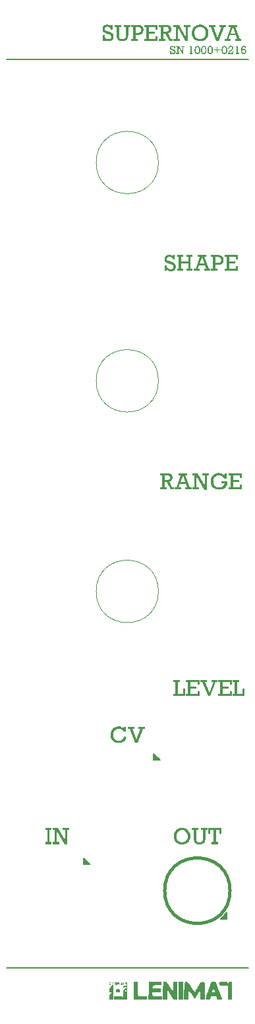
<source format=gto>
G04 #@! TF.GenerationSoftware,KiCad,Pcbnew,8.0.5*
G04 #@! TF.CreationDate,2024-11-24T11:30:12+01:00*
G04 #@! TF.ProjectId,wavefolder-panel,77617665-666f-46c6-9465-722d70616e65,rev?*
G04 #@! TF.SameCoordinates,Original*
G04 #@! TF.FileFunction,Legend,Top*
G04 #@! TF.FilePolarity,Positive*
%FSLAX46Y46*%
G04 Gerber Fmt 4.6, Leading zero omitted, Abs format (unit mm)*
G04 Created by KiCad (PCBNEW 8.0.5) date 2024-11-24 11:30:12*
%MOMM*%
%LPD*%
G01*
G04 APERTURE LIST*
%ADD10C,0.150000*%
%ADD11C,0.000000*%
%ADD12C,0.100000*%
%ADD13C,0.400000*%
%ADD14C,7.200000*%
%ADD15O,7.000000X3.200000*%
%ADD16C,6.200000*%
%ADD17C,2.200000*%
G04 APERTURE END LIST*
D10*
X50000000Y-172500000D02*
X81100000Y-172500000D01*
X50000000Y-56000000D02*
X81100000Y-56000000D01*
G36*
X71369086Y-81230481D02*
G01*
X71369086Y-81096636D01*
X71621633Y-81096636D01*
X71621633Y-81721898D01*
X71369086Y-81721898D01*
X71369086Y-81576329D01*
X71304663Y-81492826D01*
X71231928Y-81426600D01*
X71136566Y-81371172D01*
X71029890Y-81339259D01*
X70929449Y-81330621D01*
X70830673Y-81337251D01*
X70732671Y-81362714D01*
X70668109Y-81398520D01*
X70603244Y-81474920D01*
X70578533Y-81570049D01*
X70577739Y-81593426D01*
X70596630Y-81695600D01*
X70658423Y-81776429D01*
X70663712Y-81780516D01*
X70748561Y-81829365D01*
X70843780Y-81865787D01*
X70926518Y-81889448D01*
X71169784Y-81953440D01*
X71266131Y-81982261D01*
X71363592Y-82019836D01*
X71457105Y-82068020D01*
X71525890Y-82116106D01*
X71601253Y-82186788D01*
X71660032Y-82267320D01*
X71688067Y-82330062D01*
X71712736Y-82426098D01*
X71724829Y-82530841D01*
X71726169Y-82582121D01*
X71719986Y-82683197D01*
X71697146Y-82790832D01*
X71657476Y-82887386D01*
X71600975Y-82972861D01*
X71550314Y-83027131D01*
X71467651Y-83091085D01*
X71373534Y-83139330D01*
X71267963Y-83171868D01*
X71168358Y-83187255D01*
X71078925Y-83191263D01*
X70975181Y-83184084D01*
X70874975Y-83162549D01*
X70778306Y-83126657D01*
X70685175Y-83076407D01*
X70595582Y-83011801D01*
X70566504Y-82987076D01*
X70566504Y-83160000D01*
X70308095Y-83160000D01*
X70308095Y-82409685D01*
X70566504Y-82409685D01*
X70566504Y-82589937D01*
X70627254Y-82686756D01*
X70693491Y-82767165D01*
X70780216Y-82841995D01*
X70874841Y-82893195D01*
X70977366Y-82920764D01*
X71050105Y-82926015D01*
X71151465Y-82917333D01*
X71245331Y-82887727D01*
X71320726Y-82837110D01*
X71383032Y-82752863D01*
X71412353Y-82653773D01*
X71416957Y-82586517D01*
X71397387Y-82484332D01*
X71338678Y-82399061D01*
X71255199Y-82338323D01*
X71159796Y-82296569D01*
X71103838Y-82279260D01*
X70845429Y-82206964D01*
X70745950Y-82175313D01*
X70642827Y-82133396D01*
X70553635Y-82086102D01*
X70468761Y-82025469D01*
X70433147Y-81992519D01*
X70368919Y-81909606D01*
X70325711Y-81813092D01*
X70304950Y-81715883D01*
X70300279Y-81635924D01*
X70305946Y-81538368D01*
X70326883Y-81435406D01*
X70363248Y-81344130D01*
X70423698Y-81254127D01*
X70461479Y-81214849D01*
X70549987Y-81149453D01*
X70640003Y-81107559D01*
X70741754Y-81079970D01*
X70855238Y-81066687D01*
X70907467Y-81065373D01*
X71014039Y-81073274D01*
X71117479Y-81096976D01*
X71217787Y-81136479D01*
X71314963Y-81191784D01*
X71369086Y-81230481D01*
G37*
G36*
X72438381Y-81355045D02*
G01*
X72438381Y-81940739D01*
X73338172Y-81940739D01*
X73338172Y-81355045D01*
X73096371Y-81355045D01*
X73096371Y-81096636D01*
X73889183Y-81096636D01*
X73889183Y-81355045D01*
X73649826Y-81355045D01*
X73649826Y-82901591D01*
X73889183Y-82901591D01*
X73889183Y-83160000D01*
X73096371Y-83160000D01*
X73096371Y-82901591D01*
X73338172Y-82901591D01*
X73338172Y-82199148D01*
X72438381Y-82199148D01*
X72438381Y-82901591D01*
X72682624Y-82901591D01*
X72682624Y-83160000D01*
X71891277Y-83160000D01*
X71891277Y-82901591D01*
X72124773Y-82901591D01*
X72124773Y-81355045D01*
X71891277Y-81355045D01*
X71891277Y-81096636D01*
X72682624Y-81096636D01*
X72682624Y-81355045D01*
X72438381Y-81355045D01*
G37*
G36*
X75635031Y-81346741D02*
G01*
X75386392Y-81346741D01*
X75946685Y-82901591D01*
X76177739Y-82901591D01*
X76177739Y-83160000D01*
X75361479Y-83160000D01*
X75361479Y-82901591D01*
X75632100Y-82901591D01*
X75471389Y-82434110D01*
X74720098Y-82434110D01*
X74559386Y-82901591D01*
X74821703Y-82901591D01*
X74821703Y-83160000D01*
X74000070Y-83160000D01*
X74000070Y-82901591D01*
X74250174Y-82901591D01*
X74505177Y-82190844D01*
X74801186Y-82190844D01*
X75388835Y-82190844D01*
X75103070Y-81346741D01*
X75093789Y-81346741D01*
X74801186Y-82190844D01*
X74505177Y-82190844D01*
X74808025Y-81346741D01*
X74559386Y-81346741D01*
X74559386Y-81096636D01*
X75635031Y-81096636D01*
X75635031Y-81346741D01*
G37*
G36*
X77148362Y-81099023D02*
G01*
X77251682Y-81106184D01*
X77360806Y-81120573D01*
X77457634Y-81141460D01*
X77530844Y-81164535D01*
X77625929Y-81208096D01*
X77712272Y-81269729D01*
X77778294Y-81345291D01*
X77794138Y-81370676D01*
X77836127Y-81466160D01*
X77860620Y-81567105D01*
X77871817Y-81668771D01*
X77873761Y-81738018D01*
X77867630Y-81840852D01*
X77844980Y-81951274D01*
X77805640Y-82051412D01*
X77749611Y-82141264D01*
X77699372Y-82199148D01*
X77611506Y-82268000D01*
X77517774Y-82313807D01*
X77407040Y-82347421D01*
X77301775Y-82366119D01*
X77184703Y-82376349D01*
X77108793Y-82378422D01*
X76836706Y-82378422D01*
X76836706Y-82901591D01*
X77105862Y-82901591D01*
X77105862Y-83160000D01*
X76265178Y-83160000D01*
X76265178Y-82901591D01*
X76523098Y-82901591D01*
X76523098Y-82128318D01*
X76836706Y-82128318D01*
X77030147Y-82128318D01*
X77131478Y-82125536D01*
X77229747Y-82115919D01*
X77327773Y-82095311D01*
X77334962Y-82093147D01*
X77428706Y-82048904D01*
X77499125Y-81976868D01*
X77502512Y-81971514D01*
X77541081Y-81875644D01*
X77554934Y-81777618D01*
X77556246Y-81731179D01*
X77547204Y-81629813D01*
X77515948Y-81536581D01*
X77455782Y-81457608D01*
X77441940Y-81445903D01*
X77354967Y-81397990D01*
X77249608Y-81370040D01*
X77149925Y-81358239D01*
X77052128Y-81355045D01*
X76836706Y-81355045D01*
X76836706Y-82128318D01*
X76523098Y-82128318D01*
X76523098Y-81355045D01*
X76265178Y-81355045D01*
X76265178Y-81096636D01*
X77036008Y-81096636D01*
X77148362Y-81099023D01*
G37*
G36*
X79452059Y-81690635D02*
G01*
X79452059Y-81355045D01*
X78565946Y-81355045D01*
X78565946Y-81972002D01*
X79336776Y-81972002D01*
X79336776Y-82230411D01*
X78565946Y-82230411D01*
X78565946Y-82901591D01*
X79452059Y-82901591D01*
X79452059Y-82534738D01*
X79707537Y-82534738D01*
X79707537Y-83160000D01*
X77986113Y-83160000D01*
X77986113Y-82901591D01*
X78252338Y-82901591D01*
X78252338Y-81355045D01*
X77986113Y-81355045D01*
X77986113Y-81096636D01*
X79707537Y-81096636D01*
X79707537Y-81690635D01*
X79452059Y-81690635D01*
G37*
G36*
X70676795Y-109099820D02*
G01*
X70785466Y-109109373D01*
X70883237Y-109125294D01*
X70986174Y-109152806D01*
X71086428Y-109196493D01*
X71134124Y-109227062D01*
X71211702Y-109301464D01*
X71267115Y-109394734D01*
X71297418Y-109491823D01*
X71310752Y-109603358D01*
X71311445Y-109637878D01*
X71302519Y-109744688D01*
X71275741Y-109841451D01*
X71225052Y-109937182D01*
X71198605Y-109972002D01*
X71128336Y-110041194D01*
X71043924Y-110097093D01*
X70945371Y-110139700D01*
X70884508Y-110157627D01*
X71249896Y-110901591D01*
X71502443Y-110901591D01*
X71502443Y-111160000D01*
X71038381Y-111160000D01*
X70580670Y-110200614D01*
X70290998Y-110200614D01*
X70290998Y-110901591D01*
X70554780Y-110901591D01*
X70554780Y-111160000D01*
X69697488Y-111160000D01*
X69697488Y-110901591D01*
X69977390Y-110901591D01*
X69977390Y-109940739D01*
X70290998Y-109940739D01*
X70591905Y-109940739D01*
X70697118Y-109935214D01*
X70794624Y-109916113D01*
X70884681Y-109875183D01*
X70890859Y-109870886D01*
X70957644Y-109790971D01*
X70985121Y-109692556D01*
X70988556Y-109632993D01*
X70975779Y-109536067D01*
X70928575Y-109450248D01*
X70897697Y-109422456D01*
X70806778Y-109378810D01*
X70702517Y-109359258D01*
X70610956Y-109355045D01*
X70290998Y-109355045D01*
X70290998Y-109940739D01*
X69977390Y-109940739D01*
X69977390Y-109355045D01*
X69697488Y-109355045D01*
X69697488Y-109096636D01*
X70557223Y-109096636D01*
X70676795Y-109099820D01*
G37*
G36*
X73204327Y-109346741D02*
G01*
X72955688Y-109346741D01*
X73515981Y-110901591D01*
X73747034Y-110901591D01*
X73747034Y-111160000D01*
X72930775Y-111160000D01*
X72930775Y-110901591D01*
X73201396Y-110901591D01*
X73040684Y-110434110D01*
X72289393Y-110434110D01*
X72128681Y-110901591D01*
X72390998Y-110901591D01*
X72390998Y-111160000D01*
X71569365Y-111160000D01*
X71569365Y-110901591D01*
X71819470Y-110901591D01*
X72074473Y-110190844D01*
X72370482Y-110190844D01*
X72958130Y-110190844D01*
X72672366Y-109346741D01*
X72663085Y-109346741D01*
X72370482Y-110190844D01*
X72074473Y-110190844D01*
X72377321Y-109346741D01*
X72128681Y-109346741D01*
X72128681Y-109096636D01*
X73204327Y-109096636D01*
X73204327Y-109346741D01*
G37*
G36*
X75458200Y-109355045D02*
G01*
X75162666Y-109355045D01*
X75162666Y-109096636D01*
X76012143Y-109096636D01*
X76012143Y-109355045D01*
X75708305Y-109355045D01*
X75708305Y-111191263D01*
X75386881Y-111191263D01*
X74393301Y-109420013D01*
X74393301Y-110901591D01*
X74690300Y-110901591D01*
X74690300Y-111160000D01*
X73842778Y-111160000D01*
X73842778Y-110901591D01*
X74137823Y-110901591D01*
X74137823Y-109355045D01*
X73842778Y-109355045D01*
X73842778Y-109096636D01*
X74548640Y-109096636D01*
X75458200Y-110707173D01*
X75458200Y-109355045D01*
G37*
G36*
X77974878Y-109329644D02*
G01*
X77974878Y-109096636D01*
X78238660Y-109096636D01*
X78238660Y-109784424D01*
X77974878Y-109784424D01*
X77922885Y-109688833D01*
X77857764Y-109603318D01*
X77779514Y-109527877D01*
X77700277Y-109470131D01*
X77688137Y-109462512D01*
X77601670Y-109415308D01*
X77500447Y-109375557D01*
X77396659Y-109350950D01*
X77290306Y-109341486D01*
X77276832Y-109341367D01*
X77172540Y-109347626D01*
X77074111Y-109366402D01*
X76981543Y-109397696D01*
X76894836Y-109441507D01*
X76806501Y-109503825D01*
X76729990Y-109578121D01*
X76665302Y-109664395D01*
X76634473Y-109717501D01*
X76593868Y-109808390D01*
X76564864Y-109905202D01*
X76547462Y-110007937D01*
X76541661Y-110116594D01*
X76546313Y-110216628D01*
X76563020Y-110324713D01*
X76591879Y-110426143D01*
X76632889Y-110520917D01*
X76638870Y-110532295D01*
X76692481Y-110617903D01*
X76755618Y-110693496D01*
X76828280Y-110759075D01*
X76910468Y-110814640D01*
X77000471Y-110858665D01*
X77096581Y-110890111D01*
X77198797Y-110908979D01*
X77307118Y-110915268D01*
X77410368Y-110909305D01*
X77508848Y-110891416D01*
X77602557Y-110861602D01*
X77620726Y-110854207D01*
X77714581Y-110805832D01*
X77796661Y-110745334D01*
X77861061Y-110679818D01*
X77918342Y-110598037D01*
X77958537Y-110508522D01*
X77980252Y-110420432D01*
X77599721Y-110420432D01*
X77599721Y-110159581D01*
X78353943Y-110159581D01*
X78353943Y-110226503D01*
X78349203Y-110334151D01*
X78334984Y-110436545D01*
X78311285Y-110533683D01*
X78271654Y-110640369D01*
X78219121Y-110739902D01*
X78155418Y-110830736D01*
X78081851Y-110911753D01*
X77998419Y-110982953D01*
X77905124Y-111044335D01*
X77847383Y-111075003D01*
X77756496Y-111114513D01*
X77661522Y-111145849D01*
X77562461Y-111169010D01*
X77459312Y-111183996D01*
X77352076Y-111190808D01*
X77315422Y-111191263D01*
X77212273Y-111187983D01*
X77113178Y-111178144D01*
X76999616Y-111157679D01*
X76891894Y-111127769D01*
X76790010Y-111088413D01*
X76725332Y-111056929D01*
X76634416Y-111002627D01*
X76551812Y-110940837D01*
X76477521Y-110871560D01*
X76411541Y-110794795D01*
X76353873Y-110710543D01*
X76336497Y-110680795D01*
X76290513Y-110587389D01*
X76254042Y-110488522D01*
X76227086Y-110384195D01*
X76209644Y-110274405D01*
X76201715Y-110159155D01*
X76201187Y-110119525D01*
X76205944Y-110007652D01*
X76220215Y-109900279D01*
X76244000Y-109797405D01*
X76277299Y-109699030D01*
X76320112Y-109605155D01*
X76336497Y-109574863D01*
X76390828Y-109488464D01*
X76452337Y-109409519D01*
X76521025Y-109338026D01*
X76596891Y-109273987D01*
X76679935Y-109217401D01*
X76709212Y-109200195D01*
X76800637Y-109154376D01*
X76896493Y-109118038D01*
X76996779Y-109091179D01*
X77101496Y-109073799D01*
X77210644Y-109065899D01*
X77248011Y-109065373D01*
X77352547Y-109069502D01*
X77453175Y-109081890D01*
X77549896Y-109102536D01*
X77665300Y-109139957D01*
X77774599Y-109190282D01*
X77877792Y-109253511D01*
X77955949Y-109313385D01*
X77974878Y-109329644D01*
G37*
G36*
X79987439Y-109690635D02*
G01*
X79987439Y-109355045D01*
X79101326Y-109355045D01*
X79101326Y-109972002D01*
X79872157Y-109972002D01*
X79872157Y-110230411D01*
X79101326Y-110230411D01*
X79101326Y-110901591D01*
X79987439Y-110901591D01*
X79987439Y-110534738D01*
X80242917Y-110534738D01*
X80242917Y-111160000D01*
X78521494Y-111160000D01*
X78521494Y-110901591D01*
X78787718Y-110901591D01*
X78787718Y-109355045D01*
X78521494Y-109355045D01*
X78521494Y-109096636D01*
X80242917Y-109096636D01*
X80242917Y-109690635D01*
X79987439Y-109690635D01*
G37*
G36*
X71981716Y-135855045D02*
G01*
X71981716Y-137401591D01*
X72661688Y-137401591D01*
X72661688Y-136753370D01*
X72918632Y-136753370D01*
X72918632Y-137660000D01*
X71401884Y-137660000D01*
X71401884Y-137401591D01*
X71668108Y-137401591D01*
X71668108Y-135855045D01*
X71401884Y-135855045D01*
X71401884Y-135596636D01*
X72247941Y-135596636D01*
X72247941Y-135855045D01*
X71981716Y-135855045D01*
G37*
G36*
X74513049Y-136190635D02*
G01*
X74513049Y-135855045D01*
X73626936Y-135855045D01*
X73626936Y-136472002D01*
X74397766Y-136472002D01*
X74397766Y-136730411D01*
X73626936Y-136730411D01*
X73626936Y-137401591D01*
X74513049Y-137401591D01*
X74513049Y-137034738D01*
X74768527Y-137034738D01*
X74768527Y-137660000D01*
X73047103Y-137660000D01*
X73047103Y-137401591D01*
X73313328Y-137401591D01*
X73313328Y-135855045D01*
X73047103Y-135855045D01*
X73047103Y-135596636D01*
X74768527Y-135596636D01*
X74768527Y-136190635D01*
X74513049Y-136190635D01*
G37*
G36*
X75498813Y-135855045D02*
G01*
X76027843Y-137263349D01*
X76540265Y-135855045D01*
X76300907Y-135855045D01*
X76300907Y-135596636D01*
X77091277Y-135596636D01*
X77091277Y-135855045D01*
X76844103Y-135855045D01*
X76159734Y-137691263D01*
X75872505Y-137691263D01*
X75177390Y-135855045D01*
X74921912Y-135855045D01*
X74921912Y-135596636D01*
X75737683Y-135596636D01*
X75737683Y-135855045D01*
X75498813Y-135855045D01*
G37*
G36*
X78651500Y-136190635D02*
G01*
X78651500Y-135855045D01*
X77765387Y-135855045D01*
X77765387Y-136472002D01*
X78536217Y-136472002D01*
X78536217Y-136730411D01*
X77765387Y-136730411D01*
X77765387Y-137401591D01*
X78651500Y-137401591D01*
X78651500Y-137034738D01*
X78906978Y-137034738D01*
X78906978Y-137660000D01*
X77185554Y-137660000D01*
X77185554Y-137401591D01*
X77451779Y-137401591D01*
X77451779Y-135855045D01*
X77185554Y-135855045D01*
X77185554Y-135596636D01*
X78906978Y-135596636D01*
X78906978Y-136190635D01*
X78651500Y-136190635D01*
G37*
G36*
X79623586Y-135855045D02*
G01*
X79623586Y-137401591D01*
X80303558Y-137401591D01*
X80303558Y-136753370D01*
X80560502Y-136753370D01*
X80560502Y-137660000D01*
X79043754Y-137660000D01*
X79043754Y-137401591D01*
X79309979Y-137401591D01*
X79309979Y-135855045D01*
X79043754Y-135855045D01*
X79043754Y-135596636D01*
X79889811Y-135596636D01*
X79889811Y-135855045D01*
X79623586Y-135855045D01*
G37*
G36*
X65066225Y-141823782D02*
G01*
X65066225Y-141596636D01*
X65330007Y-141596636D01*
X65330007Y-142253161D01*
X65060852Y-142253161D01*
X65005317Y-142161325D01*
X64940318Y-142080237D01*
X64865854Y-142009895D01*
X64781926Y-141950300D01*
X64691129Y-141902642D01*
X64596058Y-141868600D01*
X64496712Y-141848176D01*
X64393092Y-141841367D01*
X64293471Y-141848053D01*
X64187894Y-141871559D01*
X64089194Y-141911990D01*
X64027216Y-141948346D01*
X63942418Y-142014240D01*
X63868826Y-142091571D01*
X63806440Y-142180340D01*
X63776623Y-142234598D01*
X63737300Y-142325884D01*
X63709212Y-142420467D01*
X63692359Y-142518347D01*
X63686741Y-142619525D01*
X63692603Y-142723725D01*
X63710189Y-142823834D01*
X63739498Y-142919852D01*
X63780531Y-143011779D01*
X63832066Y-143097172D01*
X63900553Y-143182511D01*
X63980169Y-143256489D01*
X64039428Y-143299497D01*
X64135238Y-143351446D01*
X64236921Y-143386394D01*
X64344478Y-143404340D01*
X64406769Y-143406964D01*
X64512791Y-143399601D01*
X64613296Y-143377512D01*
X64708284Y-143340696D01*
X64797756Y-143289155D01*
X64846406Y-143253091D01*
X64925036Y-143179410D01*
X64993801Y-143093434D01*
X65044892Y-143009955D01*
X65088735Y-142917442D01*
X65125332Y-142815896D01*
X65389114Y-142957557D01*
X65351664Y-143062875D01*
X65306176Y-143160536D01*
X65252651Y-143250541D01*
X65191087Y-143332890D01*
X65121484Y-143407582D01*
X65043844Y-143474617D01*
X65010538Y-143499288D01*
X64923514Y-143554593D01*
X64831887Y-143600524D01*
X64735657Y-143637082D01*
X64634823Y-143664266D01*
X64529386Y-143682076D01*
X64419346Y-143690513D01*
X64374041Y-143691263D01*
X64263571Y-143686248D01*
X64157840Y-143671204D01*
X64056849Y-143646131D01*
X63960599Y-143611029D01*
X63869088Y-143565897D01*
X63839637Y-143548625D01*
X63755717Y-143491684D01*
X63679078Y-143427839D01*
X63609721Y-143357091D01*
X63547645Y-143279439D01*
X63492851Y-143194883D01*
X63476204Y-143165163D01*
X63432046Y-143073023D01*
X63397024Y-142977585D01*
X63371138Y-142878850D01*
X63354388Y-142776817D01*
X63346774Y-142671488D01*
X63346267Y-142635645D01*
X63350921Y-142520813D01*
X63364883Y-142410789D01*
X63388153Y-142305574D01*
X63420730Y-142205167D01*
X63462616Y-142109569D01*
X63478647Y-142078771D01*
X63532010Y-141991044D01*
X63592448Y-141911045D01*
X63659962Y-141838774D01*
X63734552Y-141774231D01*
X63816217Y-141717416D01*
X63845011Y-141700195D01*
X63934942Y-141654376D01*
X64029613Y-141618038D01*
X64129023Y-141591179D01*
X64233174Y-141573799D01*
X64342064Y-141565899D01*
X64379414Y-141565373D01*
X64478332Y-141569525D01*
X64584944Y-141584122D01*
X64686611Y-141609230D01*
X64751640Y-141631807D01*
X64845450Y-141673654D01*
X64935086Y-141725007D01*
X65020549Y-141785865D01*
X65066225Y-141823782D01*
G37*
G36*
X66152617Y-141855045D02*
G01*
X66681647Y-143263349D01*
X67194069Y-141855045D01*
X66954711Y-141855045D01*
X66954711Y-141596636D01*
X67745081Y-141596636D01*
X67745081Y-141855045D01*
X67497907Y-141855045D01*
X66813538Y-143691263D01*
X66526309Y-143691263D01*
X65831194Y-141855045D01*
X65575716Y-141855045D01*
X65575716Y-141596636D01*
X66391487Y-141596636D01*
X66391487Y-141855045D01*
X66152617Y-141855045D01*
G37*
G36*
X71528786Y-54365240D02*
G01*
X71528786Y-54298318D01*
X71655060Y-54298318D01*
X71655060Y-54610949D01*
X71528786Y-54610949D01*
X71528786Y-54538164D01*
X71496575Y-54496413D01*
X71460207Y-54463300D01*
X71412526Y-54435586D01*
X71359188Y-54419629D01*
X71308968Y-54415310D01*
X71259580Y-54418625D01*
X71210579Y-54431357D01*
X71178298Y-54449260D01*
X71145865Y-54487460D01*
X71133510Y-54535024D01*
X71133113Y-54546713D01*
X71142558Y-54597800D01*
X71173455Y-54638214D01*
X71176099Y-54640258D01*
X71218524Y-54664682D01*
X71266133Y-54682893D01*
X71307502Y-54694724D01*
X71429135Y-54726720D01*
X71477309Y-54741130D01*
X71526039Y-54759918D01*
X71572796Y-54784010D01*
X71607188Y-54808053D01*
X71644870Y-54843394D01*
X71674259Y-54883660D01*
X71688277Y-54915031D01*
X71700611Y-54963049D01*
X71706658Y-55015420D01*
X71707328Y-55041060D01*
X71704236Y-55091598D01*
X71692816Y-55145416D01*
X71672981Y-55193693D01*
X71644731Y-55236430D01*
X71619400Y-55263565D01*
X71578069Y-55295542D01*
X71531010Y-55319665D01*
X71478225Y-55335934D01*
X71428422Y-55343627D01*
X71383706Y-55345631D01*
X71331834Y-55342042D01*
X71281731Y-55331274D01*
X71233396Y-55313328D01*
X71186831Y-55288203D01*
X71142034Y-55255900D01*
X71127495Y-55243538D01*
X71127495Y-55330000D01*
X70998291Y-55330000D01*
X70998291Y-54954842D01*
X71127495Y-54954842D01*
X71127495Y-55044968D01*
X71157870Y-55093378D01*
X71190989Y-55133582D01*
X71234351Y-55170997D01*
X71281664Y-55196597D01*
X71332926Y-55210382D01*
X71369296Y-55213007D01*
X71419976Y-55208666D01*
X71466909Y-55193863D01*
X71504606Y-55168555D01*
X71535759Y-55126431D01*
X71550420Y-55076886D01*
X71552722Y-55043258D01*
X71542937Y-54992166D01*
X71513582Y-54949530D01*
X71471843Y-54919161D01*
X71424141Y-54898284D01*
X71396162Y-54889630D01*
X71266958Y-54853482D01*
X71217218Y-54837656D01*
X71165657Y-54816698D01*
X71121061Y-54793051D01*
X71078624Y-54762734D01*
X71060817Y-54746259D01*
X71028703Y-54704803D01*
X71007099Y-54656546D01*
X70996718Y-54607941D01*
X70994383Y-54567962D01*
X70997216Y-54519184D01*
X71007685Y-54467703D01*
X71025867Y-54422065D01*
X71056092Y-54377063D01*
X71074983Y-54357424D01*
X71119237Y-54324726D01*
X71164245Y-54303779D01*
X71215120Y-54289985D01*
X71271862Y-54283343D01*
X71297977Y-54282686D01*
X71351263Y-54286637D01*
X71402983Y-54298488D01*
X71453137Y-54318239D01*
X71501725Y-54345892D01*
X71528786Y-54365240D01*
G37*
G36*
X72589533Y-54427522D02*
G01*
X72441766Y-54427522D01*
X72441766Y-54298318D01*
X72866504Y-54298318D01*
X72866504Y-54427522D01*
X72714585Y-54427522D01*
X72714585Y-55345631D01*
X72553873Y-55345631D01*
X72057083Y-54460006D01*
X72057083Y-55200795D01*
X72205583Y-55200795D01*
X72205583Y-55330000D01*
X71781822Y-55330000D01*
X71781822Y-55200795D01*
X71929344Y-55200795D01*
X71929344Y-54427522D01*
X71781822Y-54427522D01*
X71781822Y-54298318D01*
X72134753Y-54298318D01*
X72589533Y-55103586D01*
X72589533Y-54427522D01*
G37*
G36*
X73907467Y-55203482D02*
G01*
X73907467Y-55330000D01*
X73489079Y-55330000D01*
X73489079Y-55203482D01*
X73631229Y-55203482D01*
X73631229Y-54421905D01*
X73489079Y-54421905D01*
X73489079Y-54298318D01*
X73773622Y-54298318D01*
X73773622Y-55203482D01*
X73907467Y-55203482D01*
G37*
G36*
X74556861Y-54286169D02*
G01*
X74604740Y-54296616D01*
X74657110Y-54318346D01*
X74703933Y-54350105D01*
X74745209Y-54391893D01*
X74769644Y-54425324D01*
X74796382Y-54472450D01*
X74818588Y-54524681D01*
X74836263Y-54582016D01*
X74847139Y-54631559D01*
X74855115Y-54684369D01*
X74860191Y-54740446D01*
X74862366Y-54799789D01*
X74862457Y-54815136D01*
X74861389Y-54866461D01*
X74858187Y-54915413D01*
X74851527Y-54971024D01*
X74841792Y-55023216D01*
X74828984Y-55071991D01*
X74818737Y-55102609D01*
X74797964Y-55152104D01*
X74773684Y-55196082D01*
X74741642Y-55239588D01*
X74705021Y-55275888D01*
X74695150Y-55283838D01*
X74653232Y-55310872D01*
X74607589Y-55330183D01*
X74558222Y-55341769D01*
X74505129Y-55345631D01*
X74452624Y-55342131D01*
X74404103Y-55331630D01*
X74351134Y-55309788D01*
X74303902Y-55277866D01*
X74268923Y-55243564D01*
X74237928Y-55202260D01*
X74211190Y-55155006D01*
X74188984Y-55102851D01*
X74171310Y-55045794D01*
X74160433Y-54996619D01*
X74152457Y-54944307D01*
X74147381Y-54888858D01*
X74145206Y-54830272D01*
X74145116Y-54815136D01*
X74297035Y-54815136D01*
X74297851Y-54867136D01*
X74301169Y-54926921D01*
X74307039Y-54980910D01*
X74315461Y-55029102D01*
X74328936Y-55079283D01*
X74349303Y-55127278D01*
X74378642Y-55169593D01*
X74419313Y-55202746D01*
X74468098Y-55220598D01*
X74505129Y-55223998D01*
X74558517Y-55216463D01*
X74604099Y-55193859D01*
X74641876Y-55156185D01*
X74659491Y-55128743D01*
X74679952Y-55080838D01*
X74693491Y-55030028D01*
X74701952Y-54980812D01*
X74707849Y-54925347D01*
X74710721Y-54876476D01*
X74711952Y-54823605D01*
X74712003Y-54809762D01*
X74711156Y-54756399D01*
X74708614Y-54707073D01*
X74703054Y-54651094D01*
X74694847Y-54601424D01*
X74681503Y-54550147D01*
X74661117Y-54501807D01*
X74657781Y-54495910D01*
X74627831Y-54455519D01*
X74587349Y-54423872D01*
X74539680Y-54406832D01*
X74503908Y-54403586D01*
X74453884Y-54410044D01*
X74406183Y-54432745D01*
X74367563Y-54471790D01*
X74346860Y-54506901D01*
X74327446Y-54556880D01*
X74314600Y-54607495D01*
X74305258Y-54665289D01*
X74300149Y-54718934D01*
X74297472Y-54777565D01*
X74297035Y-54815136D01*
X74145116Y-54815136D01*
X74146177Y-54763663D01*
X74149361Y-54714576D01*
X74155984Y-54658820D01*
X74165664Y-54606499D01*
X74178401Y-54557612D01*
X74188591Y-54526929D01*
X74209518Y-54477233D01*
X74234045Y-54433076D01*
X74266483Y-54389395D01*
X74303623Y-54352949D01*
X74313643Y-54344968D01*
X74356202Y-54317720D01*
X74402303Y-54298257D01*
X74451946Y-54286579D01*
X74505129Y-54282686D01*
X74556861Y-54286169D01*
G37*
G36*
X75378493Y-54286169D02*
G01*
X75426372Y-54296616D01*
X75478743Y-54318346D01*
X75525566Y-54350105D01*
X75566842Y-54391893D01*
X75591277Y-54425324D01*
X75618015Y-54472450D01*
X75640221Y-54524681D01*
X75657896Y-54582016D01*
X75668772Y-54631559D01*
X75676748Y-54684369D01*
X75681824Y-54740446D01*
X75683999Y-54799789D01*
X75684090Y-54815136D01*
X75683022Y-54866461D01*
X75679820Y-54915413D01*
X75673160Y-54971024D01*
X75663425Y-55023216D01*
X75650617Y-55071991D01*
X75640370Y-55102609D01*
X75619597Y-55152104D01*
X75595317Y-55196082D01*
X75563275Y-55239588D01*
X75526654Y-55275888D01*
X75516783Y-55283838D01*
X75474865Y-55310872D01*
X75429222Y-55330183D01*
X75379855Y-55341769D01*
X75326762Y-55345631D01*
X75274257Y-55342131D01*
X75225736Y-55331630D01*
X75172767Y-55309788D01*
X75125535Y-55277866D01*
X75090556Y-55243564D01*
X75059561Y-55202260D01*
X75032823Y-55155006D01*
X75010617Y-55102851D01*
X74992943Y-55045794D01*
X74982066Y-54996619D01*
X74974090Y-54944307D01*
X74969014Y-54888858D01*
X74966839Y-54830272D01*
X74966748Y-54815136D01*
X75118668Y-54815136D01*
X75119484Y-54867136D01*
X75122802Y-54926921D01*
X75128672Y-54980910D01*
X75137094Y-55029102D01*
X75150569Y-55079283D01*
X75170935Y-55127278D01*
X75200275Y-55169593D01*
X75240946Y-55202746D01*
X75289731Y-55220598D01*
X75326762Y-55223998D01*
X75380150Y-55216463D01*
X75425732Y-55193859D01*
X75463509Y-55156185D01*
X75481124Y-55128743D01*
X75501585Y-55080838D01*
X75515124Y-55030028D01*
X75523585Y-54980812D01*
X75529482Y-54925347D01*
X75532354Y-54876476D01*
X75533585Y-54823605D01*
X75533636Y-54809762D01*
X75532789Y-54756399D01*
X75530247Y-54707073D01*
X75524687Y-54651094D01*
X75516480Y-54601424D01*
X75503136Y-54550147D01*
X75482750Y-54501807D01*
X75479414Y-54495910D01*
X75449464Y-54455519D01*
X75408982Y-54423872D01*
X75361313Y-54406832D01*
X75325541Y-54403586D01*
X75275517Y-54410044D01*
X75227816Y-54432745D01*
X75189195Y-54471790D01*
X75168493Y-54506901D01*
X75149079Y-54556880D01*
X75136233Y-54607495D01*
X75126891Y-54665289D01*
X75121782Y-54718934D01*
X75119105Y-54777565D01*
X75118668Y-54815136D01*
X74966748Y-54815136D01*
X74967810Y-54763663D01*
X74970994Y-54714576D01*
X74977617Y-54658820D01*
X74987297Y-54606499D01*
X75000034Y-54557612D01*
X75010224Y-54526929D01*
X75031151Y-54477233D01*
X75055678Y-54433076D01*
X75088116Y-54389395D01*
X75125256Y-54352949D01*
X75135276Y-54344968D01*
X75177835Y-54317720D01*
X75223936Y-54298257D01*
X75273579Y-54286579D01*
X75326762Y-54282686D01*
X75378493Y-54286169D01*
G37*
G36*
X76200126Y-54286169D02*
G01*
X76248005Y-54296616D01*
X76300375Y-54318346D01*
X76347199Y-54350105D01*
X76388475Y-54391893D01*
X76412910Y-54425324D01*
X76439648Y-54472450D01*
X76461854Y-54524681D01*
X76479529Y-54582016D01*
X76490405Y-54631559D01*
X76498381Y-54684369D01*
X76503457Y-54740446D01*
X76505632Y-54799789D01*
X76505723Y-54815136D01*
X76504655Y-54866461D01*
X76501453Y-54915413D01*
X76494793Y-54971024D01*
X76485058Y-55023216D01*
X76472250Y-55071991D01*
X76462003Y-55102609D01*
X76441230Y-55152104D01*
X76416950Y-55196082D01*
X76384908Y-55239588D01*
X76348287Y-55275888D01*
X76338416Y-55283838D01*
X76296498Y-55310872D01*
X76250855Y-55330183D01*
X76201488Y-55341769D01*
X76148395Y-55345631D01*
X76095890Y-55342131D01*
X76047369Y-55331630D01*
X75994400Y-55309788D01*
X75947168Y-55277866D01*
X75912189Y-55243564D01*
X75881194Y-55202260D01*
X75854456Y-55155006D01*
X75832250Y-55102851D01*
X75814575Y-55045794D01*
X75803699Y-54996619D01*
X75795723Y-54944307D01*
X75790647Y-54888858D01*
X75788472Y-54830272D01*
X75788381Y-54815136D01*
X75940300Y-54815136D01*
X75941117Y-54867136D01*
X75944435Y-54926921D01*
X75950305Y-54980910D01*
X75958727Y-55029102D01*
X75972202Y-55079283D01*
X75992568Y-55127278D01*
X76021908Y-55169593D01*
X76062579Y-55202746D01*
X76111364Y-55220598D01*
X76148395Y-55223998D01*
X76201783Y-55216463D01*
X76247365Y-55193859D01*
X76285142Y-55156185D01*
X76302757Y-55128743D01*
X76323218Y-55080838D01*
X76336756Y-55030028D01*
X76345218Y-54980812D01*
X76351115Y-54925347D01*
X76353987Y-54876476D01*
X76355218Y-54823605D01*
X76355269Y-54809762D01*
X76354422Y-54756399D01*
X76351880Y-54707073D01*
X76346320Y-54651094D01*
X76338113Y-54601424D01*
X76324769Y-54550147D01*
X76304383Y-54501807D01*
X76301047Y-54495910D01*
X76271097Y-54455519D01*
X76230615Y-54423872D01*
X76182946Y-54406832D01*
X76147174Y-54403586D01*
X76097150Y-54410044D01*
X76049449Y-54432745D01*
X76010828Y-54471790D01*
X75990126Y-54506901D01*
X75970712Y-54556880D01*
X75957866Y-54607495D01*
X75948524Y-54665289D01*
X75943415Y-54718934D01*
X75940738Y-54777565D01*
X75940300Y-54815136D01*
X75788381Y-54815136D01*
X75789443Y-54763663D01*
X75792627Y-54714576D01*
X75799250Y-54658820D01*
X75808930Y-54606499D01*
X75821667Y-54557612D01*
X75831857Y-54526929D01*
X75852784Y-54477233D01*
X75877311Y-54433076D01*
X75909749Y-54389395D01*
X75946889Y-54352949D01*
X75956909Y-54344968D01*
X75999468Y-54317720D01*
X76045569Y-54298257D01*
X76095211Y-54286579D01*
X76148395Y-54282686D01*
X76200126Y-54286169D01*
G37*
G36*
X77472192Y-54751632D02*
G01*
X77472192Y-54869846D01*
X77123169Y-54869846D01*
X77123169Y-55220579D01*
X77006420Y-55220579D01*
X77006420Y-54869846D01*
X76657397Y-54869846D01*
X76657397Y-54751632D01*
X77006420Y-54751632D01*
X77006420Y-54407739D01*
X77123169Y-54407739D01*
X77123169Y-54751632D01*
X77472192Y-54751632D01*
G37*
G36*
X78033902Y-54286169D02*
G01*
X78081781Y-54296616D01*
X78134151Y-54318346D01*
X78180974Y-54350105D01*
X78222250Y-54391893D01*
X78246686Y-54425324D01*
X78273424Y-54472450D01*
X78295630Y-54524681D01*
X78313304Y-54582016D01*
X78324180Y-54631559D01*
X78332156Y-54684369D01*
X78337232Y-54740446D01*
X78339407Y-54799789D01*
X78339498Y-54815136D01*
X78338431Y-54866461D01*
X78335228Y-54915413D01*
X78328568Y-54971024D01*
X78318834Y-55023216D01*
X78306025Y-55071991D01*
X78295778Y-55102609D01*
X78275005Y-55152104D01*
X78250725Y-55196082D01*
X78218684Y-55239588D01*
X78182062Y-55275888D01*
X78172192Y-55283838D01*
X78130273Y-55310872D01*
X78084631Y-55330183D01*
X78035263Y-55341769D01*
X77982171Y-55345631D01*
X77929666Y-55342131D01*
X77881144Y-55331630D01*
X77828176Y-55309788D01*
X77780943Y-55277866D01*
X77745964Y-55243564D01*
X77714969Y-55202260D01*
X77688231Y-55155006D01*
X77666025Y-55102851D01*
X77648351Y-55045794D01*
X77637474Y-54996619D01*
X77629498Y-54944307D01*
X77624423Y-54888858D01*
X77622247Y-54830272D01*
X77622157Y-54815136D01*
X77774076Y-54815136D01*
X77774892Y-54867136D01*
X77778210Y-54926921D01*
X77784080Y-54980910D01*
X77792502Y-55029102D01*
X77805978Y-55079283D01*
X77826344Y-55127278D01*
X77855683Y-55169593D01*
X77896354Y-55202746D01*
X77945139Y-55220598D01*
X77982171Y-55223998D01*
X78035558Y-55216463D01*
X78081141Y-55193859D01*
X78118918Y-55156185D01*
X78136532Y-55128743D01*
X78156993Y-55080838D01*
X78170532Y-55030028D01*
X78178993Y-54980812D01*
X78184891Y-54925347D01*
X78187762Y-54876476D01*
X78188993Y-54823605D01*
X78189044Y-54809762D01*
X78188197Y-54756399D01*
X78185655Y-54707073D01*
X78180096Y-54651094D01*
X78171888Y-54601424D01*
X78158545Y-54550147D01*
X78138158Y-54501807D01*
X78134822Y-54495910D01*
X78104872Y-54455519D01*
X78064390Y-54423872D01*
X78016721Y-54406832D01*
X77980949Y-54403586D01*
X77930925Y-54410044D01*
X77883224Y-54432745D01*
X77844604Y-54471790D01*
X77823901Y-54506901D01*
X77804487Y-54556880D01*
X77791641Y-54607495D01*
X77782299Y-54665289D01*
X77777190Y-54718934D01*
X77774514Y-54777565D01*
X77774076Y-54815136D01*
X77622157Y-54815136D01*
X77623218Y-54763663D01*
X77626402Y-54714576D01*
X77633026Y-54658820D01*
X77642706Y-54606499D01*
X77655442Y-54557612D01*
X77665632Y-54526929D01*
X77686559Y-54477233D01*
X77711086Y-54433076D01*
X77743524Y-54389395D01*
X77780665Y-54352949D01*
X77790684Y-54344968D01*
X77833244Y-54317720D01*
X77879344Y-54298257D01*
X77928987Y-54286579D01*
X77982171Y-54282686D01*
X78033902Y-54286169D01*
G37*
G36*
X79113748Y-54562833D02*
G01*
X79109407Y-54614901D01*
X79096384Y-54662724D01*
X79072030Y-54710426D01*
X79069296Y-54714508D01*
X79034987Y-54756830D01*
X78997923Y-54793161D01*
X78958480Y-54826754D01*
X78919462Y-54856888D01*
X78912492Y-54862030D01*
X78846302Y-54911367D01*
X78803351Y-54944035D01*
X78762517Y-54976073D01*
X78723087Y-55008599D01*
X78720273Y-55011018D01*
X78683975Y-55046114D01*
X78652446Y-55084295D01*
X78644313Y-55095771D01*
X78620531Y-55138480D01*
X78604322Y-55185396D01*
X78601082Y-55199574D01*
X78990649Y-55199574D01*
X78996755Y-54954842D01*
X79121808Y-54954842D01*
X79113748Y-55330000D01*
X78450873Y-55330000D01*
X78453454Y-55276558D01*
X78459915Y-55226296D01*
X78472051Y-55172745D01*
X78489255Y-55123347D01*
X78494348Y-55111646D01*
X78516482Y-55067393D01*
X78543792Y-55022461D01*
X78573652Y-54982668D01*
X78594976Y-54958995D01*
X78633750Y-54921299D01*
X78672561Y-54887129D01*
X78715082Y-54852726D01*
X78735171Y-54837362D01*
X78837509Y-54760181D01*
X78877475Y-54729088D01*
X78914478Y-54693917D01*
X78936183Y-54666392D01*
X78957432Y-54620657D01*
X78964515Y-54568939D01*
X78959205Y-54519889D01*
X78939236Y-54472264D01*
X78919575Y-54448527D01*
X78877417Y-54420379D01*
X78828485Y-54407132D01*
X78795499Y-54405052D01*
X78743234Y-54409843D01*
X78696628Y-54426406D01*
X78659301Y-54458289D01*
X78654083Y-54465624D01*
X78633088Y-54510017D01*
X78620842Y-54561146D01*
X78615243Y-54615483D01*
X78614271Y-54653691D01*
X78614271Y-54689106D01*
X78477495Y-54689106D01*
X78477495Y-54648806D01*
X78479272Y-54598394D01*
X78486096Y-54542638D01*
X78498037Y-54492051D01*
X78518436Y-54439566D01*
X78545802Y-54394117D01*
X78550280Y-54388199D01*
X78585554Y-54351551D01*
X78625430Y-54322940D01*
X78654571Y-54308332D01*
X78703366Y-54292704D01*
X78754009Y-54284715D01*
X78799651Y-54282686D01*
X78849767Y-54285144D01*
X78901002Y-54293784D01*
X78951539Y-54310681D01*
X78974285Y-54322009D01*
X79018292Y-54351901D01*
X79053930Y-54387507D01*
X79079065Y-54424836D01*
X79098811Y-54469793D01*
X79110361Y-54517347D01*
X79113748Y-54562833D01*
G37*
G36*
X79849407Y-55203482D02*
G01*
X79849407Y-55330000D01*
X79431019Y-55330000D01*
X79431019Y-55203482D01*
X79573169Y-55203482D01*
X79573169Y-54421905D01*
X79431019Y-54421905D01*
X79431019Y-54298318D01*
X79715562Y-54298318D01*
X79715562Y-55203482D01*
X79849407Y-55203482D01*
G37*
G36*
X80528887Y-54286870D02*
G01*
X80579741Y-54299423D01*
X80625031Y-54320343D01*
X80664759Y-54349632D01*
X80684962Y-54370125D01*
X80715329Y-54410704D01*
X80738684Y-54456144D01*
X80755026Y-54506447D01*
X80764356Y-54561612D01*
X80766539Y-54595317D01*
X80641487Y-54595317D01*
X80629759Y-54543074D01*
X80608680Y-54496834D01*
X80581403Y-54460006D01*
X80540324Y-54426518D01*
X80491827Y-54408487D01*
X80455374Y-54405052D01*
X80404096Y-54413031D01*
X80359349Y-54436968D01*
X80321132Y-54476864D01*
X80302722Y-54505924D01*
X80280895Y-54553819D01*
X80266223Y-54600863D01*
X80255278Y-54653436D01*
X80248059Y-54711539D01*
X80244891Y-54764182D01*
X80244348Y-54786315D01*
X80286042Y-54747967D01*
X80329608Y-54717553D01*
X80375045Y-54695073D01*
X80422355Y-54680527D01*
X80471537Y-54673916D01*
X80488347Y-54673475D01*
X80539078Y-54677833D01*
X80587501Y-54690907D01*
X80629519Y-54710355D01*
X80671629Y-54739809D01*
X80707621Y-54777459D01*
X80735032Y-54818799D01*
X80756026Y-54866093D01*
X80769245Y-54918824D01*
X80774493Y-54970932D01*
X80774843Y-54989281D01*
X80771965Y-55043394D01*
X80763329Y-55094725D01*
X80748935Y-55143274D01*
X80738451Y-55169043D01*
X80712367Y-55216351D01*
X80679604Y-55257219D01*
X80640163Y-55291647D01*
X80631473Y-55297759D01*
X80584933Y-55323004D01*
X80533241Y-55338899D01*
X80482314Y-55345210D01*
X80464411Y-55345631D01*
X80413669Y-55342135D01*
X80360234Y-55329846D01*
X80310664Y-55308707D01*
X80279763Y-55289699D01*
X80241967Y-55257978D01*
X80208444Y-55218747D01*
X80179196Y-55172005D01*
X80157110Y-55124945D01*
X80154222Y-55117752D01*
X80136426Y-55064154D01*
X80124651Y-55013859D01*
X80116087Y-54959546D01*
X80114647Y-54943852D01*
X80251431Y-54943852D01*
X80259099Y-54993437D01*
X80273089Y-55051963D01*
X80291385Y-55101819D01*
X80320307Y-55151946D01*
X80355956Y-55188526D01*
X80407614Y-55214538D01*
X80458060Y-55221311D01*
X80508288Y-55215253D01*
X80555438Y-55194594D01*
X80594104Y-55159274D01*
X80620508Y-55117423D01*
X80637132Y-55069419D01*
X80643733Y-55020954D01*
X80644173Y-55003691D01*
X80639713Y-54953349D01*
X80624504Y-54904751D01*
X80598500Y-54863251D01*
X80559196Y-54829615D01*
X80509794Y-54811502D01*
X80471250Y-54808053D01*
X80422663Y-54814551D01*
X80374358Y-54834045D01*
X80333176Y-54861099D01*
X80292200Y-54897701D01*
X80258212Y-54935497D01*
X80251431Y-54943852D01*
X80114647Y-54943852D01*
X80110734Y-54901214D01*
X80108727Y-54849534D01*
X80108549Y-54828080D01*
X80110007Y-54765829D01*
X80114380Y-54707058D01*
X80121669Y-54651768D01*
X80131874Y-54599958D01*
X80144994Y-54551628D01*
X80165495Y-54496111D01*
X80190552Y-54446031D01*
X80201850Y-54427522D01*
X80233122Y-54385797D01*
X80268473Y-54351144D01*
X80316277Y-54318895D01*
X80369956Y-54296830D01*
X80419174Y-54286222D01*
X80472471Y-54282686D01*
X80528887Y-54286870D01*
G37*
G36*
X72620503Y-154568760D02*
G01*
X72733252Y-154581766D01*
X72840848Y-154604526D01*
X72943293Y-154637041D01*
X73040585Y-154679310D01*
X73087300Y-154704103D01*
X73175725Y-154759533D01*
X73256354Y-154822141D01*
X73329186Y-154891927D01*
X73394221Y-154968893D01*
X73451460Y-155053036D01*
X73468807Y-155082679D01*
X73514792Y-155174866D01*
X73551262Y-155271174D01*
X73578218Y-155371603D01*
X73595661Y-155476154D01*
X73603589Y-155584827D01*
X73604118Y-155621967D01*
X73599206Y-155737315D01*
X73584471Y-155847785D01*
X73559914Y-155953378D01*
X73525533Y-156054094D01*
X73481328Y-156149933D01*
X73464411Y-156180795D01*
X73408443Y-156268488D01*
X73344953Y-156348384D01*
X73273941Y-156420483D01*
X73195408Y-156484786D01*
X73109352Y-156541292D01*
X73078996Y-156558394D01*
X72984485Y-156603549D01*
X72885235Y-156639361D01*
X72781244Y-156665831D01*
X72672514Y-156682958D01*
X72559045Y-156690744D01*
X72520168Y-156691263D01*
X72406618Y-156686403D01*
X72297876Y-156671822D01*
X72193943Y-156647522D01*
X72094819Y-156613502D01*
X72000503Y-156569761D01*
X71970133Y-156553021D01*
X71883751Y-156497254D01*
X71804857Y-156433999D01*
X71733450Y-156363256D01*
X71669531Y-156285026D01*
X71613100Y-156199308D01*
X71595953Y-156169071D01*
X71550467Y-156074933D01*
X71514391Y-155976432D01*
X71487727Y-155873570D01*
X71470473Y-155766345D01*
X71462631Y-155654759D01*
X71462148Y-155619525D01*
X71802582Y-155619525D01*
X71806813Y-155718417D01*
X71822010Y-155825540D01*
X71848258Y-155926375D01*
X71885559Y-156020919D01*
X71890998Y-156032295D01*
X71940274Y-156117903D01*
X72007242Y-156202241D01*
X72086419Y-156273905D01*
X72145988Y-156314640D01*
X72243897Y-156363284D01*
X72337999Y-156393158D01*
X72438757Y-156410453D01*
X72532380Y-156415268D01*
X72636031Y-156408368D01*
X72734003Y-156387669D01*
X72826296Y-156353169D01*
X72912910Y-156304870D01*
X72991923Y-156245153D01*
X73061410Y-156176399D01*
X73121372Y-156098607D01*
X73171808Y-156011779D01*
X73211772Y-155918906D01*
X73240318Y-155822979D01*
X73257445Y-155724000D01*
X73263155Y-155621967D01*
X73257079Y-155518378D01*
X73238852Y-155418635D01*
X73208475Y-155322739D01*
X73165946Y-155230690D01*
X73112976Y-155145114D01*
X73050785Y-155069124D01*
X72969800Y-154995094D01*
X72898744Y-154945903D01*
X72810970Y-154900169D01*
X72717638Y-154867501D01*
X72618750Y-154847901D01*
X72514306Y-154841367D01*
X72412274Y-154847718D01*
X72316225Y-154866769D01*
X72215323Y-154903382D01*
X72142080Y-154942972D01*
X72056651Y-155006230D01*
X71982815Y-155081698D01*
X71920570Y-155169377D01*
X71890998Y-155223363D01*
X71852316Y-155314985D01*
X71824686Y-155411552D01*
X71808108Y-155513066D01*
X71802582Y-155619525D01*
X71462148Y-155619525D01*
X71462108Y-155616594D01*
X71466916Y-155504773D01*
X71481342Y-155397554D01*
X71505385Y-155294938D01*
X71539044Y-155196924D01*
X71582321Y-155103512D01*
X71598884Y-155073398D01*
X71653816Y-154987497D01*
X71716029Y-154908946D01*
X71785524Y-154837746D01*
X71862300Y-154773895D01*
X71946358Y-154717395D01*
X71975995Y-154700195D01*
X72068439Y-154654376D01*
X72165520Y-154618038D01*
X72267237Y-154591179D01*
X72373592Y-154573799D01*
X72484583Y-154565899D01*
X72522610Y-154565373D01*
X72620503Y-154568760D01*
G37*
G36*
X74364690Y-154855045D02*
G01*
X74364690Y-155903335D01*
X74368434Y-156002145D01*
X74382265Y-156104182D01*
X74410551Y-156203337D01*
X74458285Y-156292626D01*
X74471180Y-156309267D01*
X74547467Y-156376758D01*
X74643218Y-156419252D01*
X74746035Y-156436125D01*
X74783811Y-156437250D01*
X74881874Y-156429312D01*
X74977306Y-156401405D01*
X75064852Y-156346832D01*
X75101326Y-156310244D01*
X75154220Y-156226940D01*
X75186704Y-156132975D01*
X75203908Y-156035379D01*
X75210640Y-155923430D01*
X75210747Y-155906266D01*
X75210747Y-154855045D01*
X74968947Y-154855045D01*
X74968947Y-154596636D01*
X75779344Y-154596636D01*
X75779344Y-154855045D01*
X75521424Y-154855045D01*
X75521424Y-155935575D01*
X75516844Y-156046546D01*
X75503106Y-156148954D01*
X75474529Y-156260540D01*
X75432764Y-156359796D01*
X75377809Y-156446722D01*
X75333846Y-156497822D01*
X75257338Y-156563562D01*
X75168501Y-156615700D01*
X75067333Y-156654237D01*
X74953834Y-156679173D01*
X74849833Y-156689562D01*
X74783322Y-156691263D01*
X74673575Y-156686576D01*
X74572701Y-156672515D01*
X74463364Y-156643269D01*
X74366804Y-156600524D01*
X74283021Y-156544282D01*
X74234264Y-156499288D01*
X74172011Y-156420359D01*
X74122638Y-156327554D01*
X74086144Y-156220874D01*
X74065572Y-156121373D01*
X74053944Y-156012237D01*
X74051082Y-155917990D01*
X74051082Y-154855045D01*
X73795604Y-154855045D01*
X73795604Y-154596636D01*
X74608933Y-154596636D01*
X74608933Y-154855045D01*
X74364690Y-154855045D01*
G37*
G36*
X77341522Y-155346950D02*
G01*
X77341522Y-154855045D01*
X76914585Y-154855045D01*
X76914585Y-156401591D01*
X77183741Y-156401591D01*
X77183741Y-156660000D01*
X76337195Y-156660000D01*
X76337195Y-156401591D01*
X76600977Y-156401591D01*
X76600977Y-154855045D01*
X76176483Y-154855045D01*
X76176483Y-155346950D01*
X75921005Y-155346950D01*
X75921005Y-154596636D01*
X77597488Y-154596636D01*
X77597488Y-155346950D01*
X77341522Y-155346950D01*
G37*
G36*
X63379833Y-51730481D02*
G01*
X63379833Y-51596636D01*
X63632380Y-51596636D01*
X63632380Y-52221898D01*
X63379833Y-52221898D01*
X63379833Y-52076329D01*
X63315410Y-51992826D01*
X63242675Y-51926600D01*
X63147313Y-51871172D01*
X63040637Y-51839259D01*
X62940196Y-51830621D01*
X62841420Y-51837251D01*
X62743418Y-51862714D01*
X62678856Y-51898520D01*
X62613991Y-51974920D01*
X62589280Y-52070049D01*
X62588486Y-52093426D01*
X62607377Y-52195600D01*
X62669170Y-52276429D01*
X62674459Y-52280516D01*
X62759308Y-52329365D01*
X62854527Y-52365787D01*
X62937265Y-52389448D01*
X63180531Y-52453440D01*
X63276878Y-52482261D01*
X63374339Y-52519836D01*
X63467852Y-52568020D01*
X63536637Y-52616106D01*
X63612000Y-52686788D01*
X63670779Y-52767320D01*
X63698814Y-52830062D01*
X63723483Y-52926098D01*
X63735576Y-53030841D01*
X63736916Y-53082121D01*
X63730733Y-53183197D01*
X63707893Y-53290832D01*
X63668223Y-53387386D01*
X63611722Y-53472861D01*
X63561061Y-53527131D01*
X63478398Y-53591085D01*
X63384281Y-53639330D01*
X63278710Y-53671868D01*
X63179105Y-53687255D01*
X63089672Y-53691263D01*
X62985928Y-53684084D01*
X62885722Y-53662549D01*
X62789053Y-53626657D01*
X62695922Y-53576407D01*
X62606329Y-53511801D01*
X62577251Y-53487076D01*
X62577251Y-53660000D01*
X62318842Y-53660000D01*
X62318842Y-52909685D01*
X62577251Y-52909685D01*
X62577251Y-53089937D01*
X62638001Y-53186756D01*
X62704238Y-53267165D01*
X62790963Y-53341995D01*
X62885588Y-53393195D01*
X62988113Y-53420764D01*
X63060852Y-53426015D01*
X63162212Y-53417333D01*
X63256078Y-53387727D01*
X63331473Y-53337110D01*
X63393779Y-53252863D01*
X63423100Y-53153773D01*
X63427704Y-53086517D01*
X63408134Y-52984332D01*
X63349425Y-52899061D01*
X63265946Y-52838323D01*
X63170543Y-52796569D01*
X63114585Y-52779260D01*
X62856176Y-52706964D01*
X62756697Y-52675313D01*
X62653574Y-52633396D01*
X62564382Y-52586102D01*
X62479508Y-52525469D01*
X62443894Y-52492519D01*
X62379666Y-52409606D01*
X62336458Y-52313092D01*
X62315697Y-52215883D01*
X62311026Y-52135924D01*
X62316693Y-52038368D01*
X62337630Y-51935406D01*
X62373995Y-51844130D01*
X62434445Y-51754127D01*
X62472226Y-51714849D01*
X62560734Y-51649453D01*
X62650750Y-51607559D01*
X62752501Y-51579970D01*
X62865985Y-51566687D01*
X62918214Y-51565373D01*
X63024786Y-51573274D01*
X63128226Y-51596976D01*
X63228534Y-51636479D01*
X63325710Y-51691784D01*
X63379833Y-51730481D01*
G37*
G36*
X64457432Y-51855045D02*
G01*
X64457432Y-52903335D01*
X64461176Y-53002145D01*
X64475007Y-53104182D01*
X64503294Y-53203337D01*
X64551027Y-53292626D01*
X64563922Y-53309267D01*
X64640210Y-53376758D01*
X64735961Y-53419252D01*
X64838777Y-53436125D01*
X64876553Y-53437250D01*
X64974616Y-53429312D01*
X65070049Y-53401405D01*
X65157594Y-53346832D01*
X65194069Y-53310244D01*
X65246963Y-53226940D01*
X65279447Y-53132975D01*
X65296651Y-53035379D01*
X65303383Y-52923430D01*
X65303489Y-52906266D01*
X65303489Y-51855045D01*
X65061689Y-51855045D01*
X65061689Y-51596636D01*
X65872087Y-51596636D01*
X65872087Y-51855045D01*
X65614166Y-51855045D01*
X65614166Y-52935575D01*
X65609587Y-53046546D01*
X65595848Y-53148954D01*
X65567272Y-53260540D01*
X65525506Y-53359796D01*
X65470552Y-53446722D01*
X65426588Y-53497822D01*
X65350081Y-53563562D01*
X65261243Y-53615700D01*
X65160075Y-53654237D01*
X65046577Y-53679173D01*
X64942575Y-53689562D01*
X64876064Y-53691263D01*
X64766317Y-53686576D01*
X64665443Y-53672515D01*
X64556106Y-53643269D01*
X64459546Y-53600524D01*
X64375764Y-53544282D01*
X64327007Y-53499288D01*
X64264753Y-53420359D01*
X64215380Y-53327554D01*
X64178887Y-53220874D01*
X64158314Y-53121373D01*
X64146687Y-53012237D01*
X64143824Y-52917990D01*
X64143824Y-51855045D01*
X63888346Y-51855045D01*
X63888346Y-51596636D01*
X64701675Y-51596636D01*
X64701675Y-51855045D01*
X64457432Y-51855045D01*
G37*
G36*
X66857364Y-51599023D02*
G01*
X66960685Y-51606184D01*
X67069808Y-51620573D01*
X67166637Y-51641460D01*
X67239847Y-51664535D01*
X67334931Y-51708096D01*
X67421275Y-51769729D01*
X67487297Y-51845291D01*
X67503141Y-51870676D01*
X67545129Y-51966160D01*
X67569623Y-52067105D01*
X67580820Y-52168771D01*
X67582764Y-52238018D01*
X67576633Y-52340852D01*
X67553983Y-52451274D01*
X67514643Y-52551412D01*
X67458613Y-52641264D01*
X67408374Y-52699148D01*
X67320508Y-52768000D01*
X67226776Y-52813807D01*
X67116043Y-52847421D01*
X67010777Y-52866119D01*
X66893706Y-52876349D01*
X66817795Y-52878422D01*
X66545709Y-52878422D01*
X66545709Y-53401591D01*
X66814864Y-53401591D01*
X66814864Y-53660000D01*
X65974180Y-53660000D01*
X65974180Y-53401591D01*
X66232101Y-53401591D01*
X66232101Y-52628318D01*
X66545709Y-52628318D01*
X66739149Y-52628318D01*
X66840480Y-52625536D01*
X66938750Y-52615919D01*
X67036775Y-52595311D01*
X67043964Y-52593147D01*
X67137709Y-52548904D01*
X67208127Y-52476868D01*
X67211515Y-52471514D01*
X67250083Y-52375644D01*
X67263936Y-52277618D01*
X67265248Y-52231179D01*
X67256206Y-52129813D01*
X67224951Y-52036581D01*
X67164784Y-51957608D01*
X67150942Y-51945903D01*
X67063969Y-51897990D01*
X66958611Y-51870040D01*
X66858927Y-51858239D01*
X66761131Y-51855045D01*
X66545709Y-51855045D01*
X66545709Y-52628318D01*
X66232101Y-52628318D01*
X66232101Y-51855045D01*
X65974180Y-51855045D01*
X65974180Y-51596636D01*
X66745011Y-51596636D01*
X66857364Y-51599023D01*
G37*
G36*
X69161061Y-52190635D02*
G01*
X69161061Y-51855045D01*
X68274948Y-51855045D01*
X68274948Y-52472002D01*
X69045778Y-52472002D01*
X69045778Y-52730411D01*
X68274948Y-52730411D01*
X68274948Y-53401591D01*
X69161061Y-53401591D01*
X69161061Y-53034738D01*
X69416539Y-53034738D01*
X69416539Y-53660000D01*
X67695115Y-53660000D01*
X67695115Y-53401591D01*
X67961340Y-53401591D01*
X67961340Y-51855045D01*
X67695115Y-51855045D01*
X67695115Y-51596636D01*
X69416539Y-51596636D01*
X69416539Y-52190635D01*
X69161061Y-52190635D01*
G37*
G36*
X70518944Y-51599820D02*
G01*
X70627615Y-51609373D01*
X70725386Y-51625294D01*
X70828323Y-51652806D01*
X70928578Y-51696493D01*
X70976274Y-51727062D01*
X71053851Y-51801464D01*
X71109264Y-51894734D01*
X71139568Y-51991823D01*
X71152901Y-52103358D01*
X71153594Y-52137878D01*
X71144668Y-52244688D01*
X71117891Y-52341451D01*
X71067201Y-52437182D01*
X71040754Y-52472002D01*
X70970485Y-52541194D01*
X70886074Y-52597093D01*
X70787520Y-52639700D01*
X70726658Y-52657627D01*
X71092045Y-53401591D01*
X71344592Y-53401591D01*
X71344592Y-53660000D01*
X70880531Y-53660000D01*
X70422820Y-52700614D01*
X70133148Y-52700614D01*
X70133148Y-53401591D01*
X70396930Y-53401591D01*
X70396930Y-53660000D01*
X69539637Y-53660000D01*
X69539637Y-53401591D01*
X69819540Y-53401591D01*
X69819540Y-52440739D01*
X70133148Y-52440739D01*
X70434055Y-52440739D01*
X70539267Y-52435214D01*
X70636773Y-52416113D01*
X70726830Y-52375183D01*
X70733008Y-52370886D01*
X70799793Y-52290971D01*
X70827270Y-52192556D01*
X70830705Y-52132993D01*
X70817928Y-52036067D01*
X70770724Y-51950248D01*
X70739847Y-51922456D01*
X70648927Y-51878810D01*
X70544666Y-51859258D01*
X70453106Y-51855045D01*
X70133148Y-51855045D01*
X70133148Y-52440739D01*
X69819540Y-52440739D01*
X69819540Y-51855045D01*
X69539637Y-51855045D01*
X69539637Y-51596636D01*
X70399372Y-51596636D01*
X70518944Y-51599820D01*
G37*
G36*
X73043545Y-51855045D02*
G01*
X72748011Y-51855045D01*
X72748011Y-51596636D01*
X73597488Y-51596636D01*
X73597488Y-51855045D01*
X73293650Y-51855045D01*
X73293650Y-53691263D01*
X72972226Y-53691263D01*
X71978646Y-51920013D01*
X71978646Y-53401591D01*
X72275646Y-53401591D01*
X72275646Y-53660000D01*
X71428123Y-53660000D01*
X71428123Y-53401591D01*
X71723168Y-53401591D01*
X71723168Y-51855045D01*
X71428123Y-51855045D01*
X71428123Y-51596636D01*
X72133985Y-51596636D01*
X73043545Y-53207173D01*
X73043545Y-51855045D01*
G37*
G36*
X74944927Y-51568760D02*
G01*
X75057676Y-51581766D01*
X75165272Y-51604526D01*
X75267717Y-51637041D01*
X75365010Y-51679310D01*
X75411724Y-51704103D01*
X75500149Y-51759533D01*
X75580778Y-51822141D01*
X75653610Y-51891927D01*
X75718646Y-51968893D01*
X75775884Y-52053036D01*
X75793231Y-52082679D01*
X75839216Y-52174866D01*
X75875686Y-52271174D01*
X75902643Y-52371603D01*
X75920085Y-52476154D01*
X75928013Y-52584827D01*
X75928542Y-52621967D01*
X75923630Y-52737315D01*
X75908896Y-52847785D01*
X75884338Y-52953378D01*
X75849957Y-53054094D01*
X75805753Y-53149933D01*
X75788835Y-53180795D01*
X75732867Y-53268488D01*
X75669377Y-53348384D01*
X75598366Y-53420483D01*
X75519832Y-53484786D01*
X75433776Y-53541292D01*
X75403420Y-53558394D01*
X75308909Y-53603549D01*
X75209659Y-53639361D01*
X75105669Y-53665831D01*
X74996939Y-53682958D01*
X74883469Y-53690744D01*
X74844592Y-53691263D01*
X74731042Y-53686403D01*
X74622301Y-53671822D01*
X74518368Y-53647522D01*
X74419243Y-53613502D01*
X74324927Y-53569761D01*
X74294557Y-53553021D01*
X74208175Y-53497254D01*
X74129281Y-53433999D01*
X74057874Y-53363256D01*
X73993955Y-53285026D01*
X73937524Y-53199308D01*
X73920377Y-53169071D01*
X73874891Y-53074933D01*
X73838815Y-52976432D01*
X73812151Y-52873570D01*
X73794897Y-52766345D01*
X73787055Y-52654759D01*
X73786572Y-52619525D01*
X74127007Y-52619525D01*
X74131237Y-52718417D01*
X74146434Y-52825540D01*
X74172682Y-52926375D01*
X74209983Y-53020919D01*
X74215422Y-53032295D01*
X74264698Y-53117903D01*
X74331666Y-53202241D01*
X74410843Y-53273905D01*
X74470412Y-53314640D01*
X74568321Y-53363284D01*
X74662424Y-53393158D01*
X74763181Y-53410453D01*
X74856804Y-53415268D01*
X74960455Y-53408368D01*
X75058427Y-53387669D01*
X75150720Y-53353169D01*
X75237335Y-53304870D01*
X75316347Y-53245153D01*
X75385834Y-53176399D01*
X75445796Y-53098607D01*
X75496232Y-53011779D01*
X75536196Y-52918906D01*
X75564742Y-52822979D01*
X75581870Y-52724000D01*
X75587579Y-52621967D01*
X75581503Y-52518378D01*
X75563277Y-52418635D01*
X75532899Y-52322739D01*
X75490370Y-52230690D01*
X75437400Y-52145114D01*
X75375210Y-52069124D01*
X75294225Y-51995094D01*
X75223168Y-51945903D01*
X75135394Y-51900169D01*
X75042062Y-51867501D01*
X74943175Y-51847901D01*
X74838730Y-51841367D01*
X74736698Y-51847718D01*
X74640649Y-51866769D01*
X74539747Y-51903382D01*
X74466504Y-51942972D01*
X74381075Y-52006230D01*
X74307239Y-52081698D01*
X74244994Y-52169377D01*
X74215422Y-52223363D01*
X74176741Y-52314985D01*
X74149111Y-52411552D01*
X74132533Y-52513066D01*
X74127007Y-52619525D01*
X73786572Y-52619525D01*
X73786532Y-52616594D01*
X73791341Y-52504773D01*
X73805766Y-52397554D01*
X73829809Y-52294938D01*
X73863469Y-52196924D01*
X73906745Y-52103512D01*
X73923308Y-52073398D01*
X73978240Y-51987497D01*
X74040453Y-51908946D01*
X74109948Y-51837746D01*
X74186724Y-51773895D01*
X74270782Y-51717395D01*
X74300419Y-51700195D01*
X74392863Y-51654376D01*
X74489944Y-51618038D01*
X74591661Y-51591179D01*
X74698016Y-51573799D01*
X74809007Y-51565899D01*
X74847034Y-51565373D01*
X74944927Y-51568760D01*
G37*
G36*
X76555757Y-51855045D02*
G01*
X77084787Y-53263349D01*
X77597209Y-51855045D01*
X77357851Y-51855045D01*
X77357851Y-51596636D01*
X78148221Y-51596636D01*
X78148221Y-51855045D01*
X77901047Y-51855045D01*
X77216679Y-53691263D01*
X76929449Y-53691263D01*
X76234334Y-51855045D01*
X75978856Y-51855045D01*
X75978856Y-51596636D01*
X76794627Y-51596636D01*
X76794627Y-51855045D01*
X76555757Y-51855045D01*
G37*
G36*
X79611724Y-51846741D02*
G01*
X79363085Y-51846741D01*
X79923378Y-53401591D01*
X80154432Y-53401591D01*
X80154432Y-53660000D01*
X79338172Y-53660000D01*
X79338172Y-53401591D01*
X79608793Y-53401591D01*
X79448081Y-52934110D01*
X78696790Y-52934110D01*
X78536078Y-53401591D01*
X78798395Y-53401591D01*
X78798395Y-53660000D01*
X77976762Y-53660000D01*
X77976762Y-53401591D01*
X78226867Y-53401591D01*
X78481870Y-52690844D01*
X78777879Y-52690844D01*
X79365527Y-52690844D01*
X79079763Y-51846741D01*
X79070482Y-51846741D01*
X78777879Y-52690844D01*
X78481870Y-52690844D01*
X78784718Y-51846741D01*
X78536078Y-51846741D01*
X78536078Y-51596636D01*
X79611724Y-51596636D01*
X79611724Y-51846741D01*
G37*
G36*
X55517656Y-154855045D02*
G01*
X55517656Y-156401591D01*
X55743336Y-156401591D01*
X55743336Y-156660000D01*
X54980810Y-156660000D01*
X54980810Y-156401591D01*
X55204536Y-156401591D01*
X55204536Y-154855045D01*
X54980810Y-154855045D01*
X54980810Y-154596636D01*
X55743336Y-154596636D01*
X55743336Y-154855045D01*
X55517656Y-154855045D01*
G37*
G36*
X57507258Y-154855045D02*
G01*
X57211724Y-154855045D01*
X57211724Y-154596636D01*
X58061201Y-154596636D01*
X58061201Y-154855045D01*
X57757363Y-154855045D01*
X57757363Y-156691263D01*
X57435939Y-156691263D01*
X56442359Y-154920013D01*
X56442359Y-156401591D01*
X56739358Y-156401591D01*
X56739358Y-156660000D01*
X55891836Y-156660000D01*
X55891836Y-156401591D01*
X56186881Y-156401591D01*
X56186881Y-154855045D01*
X55891836Y-154855045D01*
X55891836Y-154596636D01*
X56597697Y-154596636D01*
X57507258Y-156207173D01*
X57507258Y-154855045D01*
G37*
D11*
G36*
X64678563Y-174402250D02*
G01*
X64646813Y-174434000D01*
X64615063Y-174402250D01*
X64646813Y-174370500D01*
X64678563Y-174402250D01*
G37*
G36*
X64593896Y-174582166D02*
G01*
X64585179Y-174619917D01*
X64551563Y-174624500D01*
X64499295Y-174601266D01*
X64509229Y-174582166D01*
X64584589Y-174574566D01*
X64593896Y-174582166D01*
G37*
G36*
X63267399Y-174592750D02*
G01*
X63358429Y-174691817D01*
X63372260Y-174703875D01*
X63372812Y-174743481D01*
X63323896Y-174751500D01*
X63234698Y-174699791D01*
X63219035Y-174640375D01*
X63239401Y-174575417D01*
X63267399Y-174592750D01*
G37*
G36*
X63397817Y-174404788D02*
G01*
X63408563Y-174434000D01*
X63357130Y-174490335D01*
X63313313Y-174497500D01*
X63228809Y-174463212D01*
X63218063Y-174434000D01*
X63269495Y-174377664D01*
X63313313Y-174370500D01*
X63397817Y-174404788D01*
G37*
G36*
X63698970Y-174422083D02*
G01*
X63704896Y-174465750D01*
X63697524Y-174552042D01*
X63657237Y-174534174D01*
X63641396Y-174518667D01*
X63600551Y-174431953D01*
X63633897Y-174373306D01*
X63651979Y-174370500D01*
X63698970Y-174422083D01*
G37*
G36*
X72377937Y-174319224D02*
G01*
X72647812Y-174338750D01*
X72665152Y-175465874D01*
X72682492Y-176592999D01*
X72395277Y-176592999D01*
X72108062Y-176592999D01*
X72108062Y-175446348D01*
X72108062Y-174299697D01*
X72377937Y-174319224D01*
G37*
G36*
X65045877Y-174425466D02*
G01*
X65072661Y-174557979D01*
X65073108Y-174561000D01*
X65077650Y-174693804D01*
X65049993Y-174751428D01*
X65048565Y-174751500D01*
X65011689Y-174696276D01*
X64996066Y-174563235D01*
X64996063Y-174561000D01*
X65003187Y-174427123D01*
X65020347Y-174370510D01*
X65020605Y-174370500D01*
X65045877Y-174425466D01*
G37*
G36*
X64864636Y-174436825D02*
G01*
X64869063Y-174556464D01*
X64860997Y-174678396D01*
X64813202Y-174732744D01*
X64690281Y-174743690D01*
X64599188Y-174740825D01*
X64329313Y-174730151D01*
X64579677Y-174704512D01*
X64733473Y-174677310D01*
X64761461Y-174639883D01*
X64744004Y-174625700D01*
X64694550Y-174568332D01*
X64743138Y-174487943D01*
X64763514Y-174466977D01*
X64836483Y-174405264D01*
X64864636Y-174436825D01*
G37*
G36*
X64460190Y-175266228D02*
G01*
X64532463Y-175307772D01*
X64550995Y-175416169D01*
X64551563Y-175481749D01*
X64543873Y-175624048D01*
X64496394Y-175687286D01*
X64372512Y-175703502D01*
X64297563Y-175703999D01*
X64134936Y-175697271D01*
X64062663Y-175655727D01*
X64044131Y-175547330D01*
X64043563Y-175481749D01*
X64051252Y-175339451D01*
X64098731Y-175276212D01*
X64222614Y-175259997D01*
X64297563Y-175259500D01*
X64460190Y-175266228D01*
G37*
G36*
X66599438Y-174319224D02*
G01*
X66869313Y-174338750D01*
X66869313Y-175301813D01*
X66871837Y-175687743D01*
X66880049Y-175958560D01*
X66894908Y-176126061D01*
X66917373Y-176202045D01*
X66942668Y-176203908D01*
X67037721Y-176177197D01*
X67223009Y-176161656D01*
X67462048Y-176159986D01*
X67514168Y-176161595D01*
X68012313Y-176180249D01*
X68032211Y-176386624D01*
X68052109Y-176592999D01*
X67190836Y-176592999D01*
X66329563Y-176592999D01*
X66329563Y-175446348D01*
X66329563Y-174299697D01*
X66599438Y-174319224D01*
G37*
G36*
X64435230Y-174401070D02*
G01*
X64451778Y-174454872D01*
X64442895Y-174497756D01*
X64379076Y-174600816D01*
X64321907Y-174624500D01*
X64242270Y-174661278D01*
X64234063Y-174688000D01*
X64178883Y-174732585D01*
X64045933Y-174751495D01*
X64043563Y-174751500D01*
X63909770Y-174735647D01*
X63853076Y-174697455D01*
X63853063Y-174696805D01*
X63906732Y-174666027D01*
X64027688Y-174670027D01*
X64136699Y-174678423D01*
X64130319Y-174648078D01*
X64115753Y-174637158D01*
X64060965Y-174579331D01*
X64115753Y-174536556D01*
X64126806Y-174518332D01*
X64035113Y-174528684D01*
X64027688Y-174530079D01*
X63889480Y-174532724D01*
X63853063Y-174480768D01*
X63868619Y-174465750D01*
X63916563Y-174465750D01*
X63948313Y-174497500D01*
X63980063Y-174465750D01*
X63948313Y-174434000D01*
X63916563Y-174465750D01*
X63868619Y-174465750D01*
X63914865Y-174421101D01*
X64099051Y-174388460D01*
X64164551Y-174384565D01*
X64348950Y-174381482D01*
X64435230Y-174401070D01*
G37*
G36*
X69873495Y-174536544D02*
G01*
X69853813Y-174765219D01*
X69314063Y-174774234D01*
X68774313Y-174783250D01*
X68754414Y-174989625D01*
X68734516Y-175196000D01*
X69278289Y-175196000D01*
X69822063Y-175196000D01*
X69822063Y-175418250D01*
X69822063Y-175640499D01*
X69282313Y-175640499D01*
X68742563Y-175640499D01*
X68742563Y-175922502D01*
X68759130Y-176118986D01*
X68802180Y-176235993D01*
X68861732Y-176255186D01*
X68900673Y-176213035D01*
X68978852Y-176182728D01*
X69150567Y-176160058D01*
X69382405Y-176148990D01*
X69444810Y-176148499D01*
X69949063Y-176148499D01*
X69949063Y-176370822D01*
X69949063Y-176593144D01*
X69090353Y-176588864D01*
X68231643Y-176584584D01*
X68237596Y-175451753D01*
X68237772Y-175418250D01*
X68742563Y-175418250D01*
X68774313Y-175449999D01*
X68806063Y-175418250D01*
X68774313Y-175386500D01*
X68742563Y-175418250D01*
X68237772Y-175418250D01*
X68243550Y-174318923D01*
X69068364Y-174313395D01*
X69893178Y-174307869D01*
X69873495Y-174536544D01*
G37*
G36*
X70524227Y-174331329D02*
G01*
X70599755Y-174388805D01*
X70689174Y-174504951D01*
X70810967Y-174698030D01*
X70937139Y-174908439D01*
X71087956Y-175156251D01*
X71218605Y-175361854D01*
X71313674Y-175501548D01*
X71354914Y-175550720D01*
X71377791Y-175506530D01*
X71395962Y-175360429D01*
X71407133Y-175137482D01*
X71409562Y-174953233D01*
X71409562Y-174321971D01*
X71663562Y-174318465D01*
X71917562Y-174314960D01*
X71917562Y-175453979D01*
X71917562Y-176592999D01*
X71666480Y-176592999D01*
X71555113Y-176589520D01*
X71469515Y-176566460D01*
X71390529Y-176504887D01*
X71299000Y-176385867D01*
X71175771Y-176190468D01*
X71054378Y-175988025D01*
X70904518Y-175741398D01*
X70775493Y-175537379D01*
X70682558Y-175399577D01*
X70643578Y-175352287D01*
X70626015Y-175397731D01*
X70618126Y-175544786D01*
X70620529Y-175768388D01*
X70628678Y-175957260D01*
X70663559Y-176592999D01*
X70366383Y-176592999D01*
X70069207Y-176592999D01*
X70088510Y-175465874D01*
X70107813Y-174338750D01*
X70340912Y-174319341D01*
X70444107Y-174314262D01*
X70524227Y-174331329D01*
G37*
G36*
X78974000Y-175291250D02*
G01*
X78976748Y-175637928D01*
X78979083Y-175943857D01*
X78980826Y-176184571D01*
X78981797Y-176335602D01*
X78981937Y-176370749D01*
X78969416Y-176510668D01*
X78908651Y-176575059D01*
X78764838Y-176592582D01*
X78712062Y-176592999D01*
X78458062Y-176592999D01*
X78450696Y-175592874D01*
X78446608Y-175262294D01*
X78440037Y-174990649D01*
X78431705Y-174796518D01*
X78422331Y-174698481D01*
X78415890Y-174695568D01*
X78376975Y-174749355D01*
X78278985Y-174782989D01*
X78097530Y-174801666D01*
X77882383Y-174809190D01*
X77628703Y-174811996D01*
X77473035Y-174802464D01*
X77386504Y-174773669D01*
X77340240Y-174718681D01*
X77321443Y-174674621D01*
X77284821Y-174513616D01*
X77326985Y-174404924D01*
X77460867Y-174340163D01*
X77699403Y-174310954D01*
X77888796Y-174307000D01*
X78140550Y-174309207D01*
X78291460Y-174320702D01*
X78367665Y-174348797D01*
X78395305Y-174400803D01*
X78399575Y-174449875D01*
X78412935Y-174533946D01*
X78440847Y-174497500D01*
X78537432Y-174366339D01*
X78712178Y-174311661D01*
X78791437Y-174307972D01*
X78966062Y-174307000D01*
X78974000Y-175291250D01*
G37*
G36*
X63707091Y-174684399D02*
G01*
X63715522Y-174849704D01*
X63721859Y-175098819D01*
X63725469Y-175410153D01*
X63726063Y-175608749D01*
X63726063Y-176592999D01*
X63472063Y-176592999D01*
X63218063Y-176592999D01*
X63218063Y-176216278D01*
X63224092Y-176000095D01*
X63248968Y-175877958D01*
X63302873Y-175817210D01*
X63348406Y-175798188D01*
X63436884Y-175751262D01*
X63413587Y-175679014D01*
X63399021Y-175660752D01*
X63330286Y-175600634D01*
X63284465Y-175654399D01*
X63273141Y-175681968D01*
X63249660Y-175688169D01*
X63233529Y-175585511D01*
X63227535Y-175392051D01*
X63227539Y-175386500D01*
X63231981Y-175190193D01*
X63243116Y-175069038D01*
X63258554Y-175048667D01*
X63258928Y-175049558D01*
X63334038Y-175096643D01*
X63386240Y-175088346D01*
X63443647Y-175042766D01*
X63408176Y-175005261D01*
X63388638Y-174938221D01*
X63408808Y-174910250D01*
X63535563Y-174910250D01*
X63569851Y-174994754D01*
X63599063Y-175005500D01*
X63655398Y-174954067D01*
X63662563Y-174910250D01*
X63628275Y-174825746D01*
X63599063Y-174815000D01*
X63542727Y-174866432D01*
X63535563Y-174910250D01*
X63408808Y-174910250D01*
X63474720Y-174818845D01*
X63500988Y-174791847D01*
X63616733Y-174683075D01*
X63690351Y-174626691D01*
X63697199Y-174624500D01*
X63707091Y-174684399D01*
G37*
G36*
X76764262Y-174321180D02*
G01*
X76884318Y-174356820D01*
X76904652Y-174374286D01*
X76938897Y-174454666D01*
X77006563Y-174633131D01*
X77099589Y-174887731D01*
X77209912Y-175196517D01*
X77283677Y-175406161D01*
X77401380Y-175741692D01*
X77506928Y-176040847D01*
X77592088Y-176280417D01*
X77648624Y-176437196D01*
X77665383Y-176481874D01*
X77676008Y-176547520D01*
X77622621Y-176580852D01*
X77479223Y-176592252D01*
X77387172Y-176592999D01*
X77195471Y-176587873D01*
X77092550Y-176558515D01*
X77040232Y-176483955D01*
X77011460Y-176386624D01*
X76970592Y-176265288D01*
X76903891Y-176198766D01*
X76774191Y-176164109D01*
X76621947Y-176146105D01*
X76441350Y-176128934D01*
X76332020Y-176139381D01*
X76262650Y-176201344D01*
X76201930Y-176338717D01*
X76140421Y-176513624D01*
X76062648Y-176566006D01*
X75900499Y-176591986D01*
X75856555Y-176592999D01*
X75689333Y-176582370D01*
X75615132Y-176539721D01*
X75600562Y-176467736D01*
X75621042Y-176357866D01*
X75677544Y-176151816D01*
X75762664Y-175872749D01*
X75832671Y-175656200D01*
X76437737Y-175656200D01*
X76476642Y-175697250D01*
X76575532Y-175704129D01*
X76623356Y-175703999D01*
X76756767Y-175691523D01*
X76790908Y-175641438D01*
X76777659Y-175592874D01*
X76732311Y-175445827D01*
X76699164Y-175305804D01*
X76651309Y-175146492D01*
X76598140Y-175113861D01*
X76540425Y-175207733D01*
X76496902Y-175351908D01*
X76448073Y-175551059D01*
X76437737Y-175656200D01*
X75832671Y-175656200D01*
X75869000Y-175543828D01*
X75989148Y-175188219D01*
X76115702Y-174829083D01*
X76184641Y-174640375D01*
X76258998Y-174450992D01*
X76324456Y-174351696D01*
X76416004Y-174313396D01*
X76568631Y-174307004D01*
X76585627Y-174307000D01*
X76764262Y-174321180D01*
G37*
G36*
X73113350Y-174319535D02*
G01*
X73213762Y-174334178D01*
X73296984Y-174371348D01*
X73380467Y-174450103D01*
X73481658Y-174589500D01*
X73618009Y-174808597D01*
X73724196Y-174986643D01*
X73876552Y-175239064D01*
X74006621Y-175446037D01*
X74100511Y-175586033D01*
X74144176Y-175637518D01*
X74194045Y-175589220D01*
X74271468Y-175466171D01*
X74288814Y-175434125D01*
X74374962Y-175279694D01*
X74502900Y-175060794D01*
X74647248Y-174820739D01*
X74670177Y-174783250D01*
X74811705Y-174560566D01*
X74916565Y-174425544D01*
X75009802Y-174354844D01*
X75116460Y-174325132D01*
X75167813Y-174319554D01*
X75320824Y-174317680D01*
X75394176Y-174368428D01*
X75433210Y-174502117D01*
X75447632Y-174636933D01*
X75459774Y-174869970D01*
X75468626Y-175172454D01*
X75473173Y-175515612D01*
X75473562Y-175648437D01*
X75473562Y-176592999D01*
X75190111Y-176592999D01*
X74906661Y-176592999D01*
X74888487Y-175973874D01*
X74870312Y-175354750D01*
X74562652Y-175878624D01*
X74397276Y-176141210D01*
X74260980Y-176319422D01*
X74164671Y-176399438D01*
X74149227Y-176402499D01*
X74063719Y-176347880D01*
X73935582Y-176194355D01*
X73777329Y-175957422D01*
X73739030Y-175894499D01*
X73600356Y-175673208D01*
X73480720Y-175500698D01*
X73397565Y-175401264D01*
X73374303Y-175386500D01*
X73348021Y-175445861D01*
X73330650Y-175607764D01*
X73324209Y-175847940D01*
X73325393Y-175973874D01*
X73336776Y-176561249D01*
X73071669Y-176580775D01*
X72806562Y-176600301D01*
X72807429Y-175596525D01*
X72808917Y-175159123D01*
X72812401Y-174973750D01*
X73124062Y-174973750D01*
X73155812Y-175005500D01*
X73187562Y-174973750D01*
X73155812Y-174942000D01*
X73124062Y-174973750D01*
X72812401Y-174973750D01*
X72815048Y-174832890D01*
X72829614Y-174602002D01*
X72856405Y-174450630D01*
X72899214Y-174362949D01*
X72961831Y-174323133D01*
X73048049Y-174315353D01*
X73113350Y-174319535D01*
G37*
G36*
X65504063Y-175481749D02*
G01*
X65504063Y-176592999D01*
X64646813Y-176592999D01*
X63789563Y-176592999D01*
X63789563Y-176487165D01*
X64890229Y-176487165D01*
X64898946Y-176524917D01*
X64932563Y-176529499D01*
X64984830Y-176506266D01*
X64974896Y-176487165D01*
X64899537Y-176479566D01*
X64890229Y-176487165D01*
X63789563Y-176487165D01*
X63789563Y-176370749D01*
X63789563Y-176360166D01*
X64890229Y-176360166D01*
X64898946Y-176397916D01*
X64932563Y-176402499D01*
X64984830Y-176379265D01*
X64974896Y-176360166D01*
X64899537Y-176352566D01*
X64890229Y-176360166D01*
X63789563Y-176360166D01*
X63789563Y-176148499D01*
X64293815Y-176148499D01*
X64535322Y-176156107D01*
X64724925Y-176176291D01*
X64829208Y-176205087D01*
X64837953Y-176213035D01*
X64901810Y-176263479D01*
X64952666Y-176194812D01*
X64988004Y-176014492D01*
X64997235Y-175862749D01*
X65123063Y-175862749D01*
X65154813Y-175894499D01*
X65186563Y-175862749D01*
X65154813Y-175830999D01*
X65123063Y-175862749D01*
X64997235Y-175862749D01*
X65005311Y-175729974D01*
X65005600Y-175716126D01*
X65011407Y-175482748D01*
X65018969Y-175366923D01*
X65030802Y-175359204D01*
X65049423Y-175450146D01*
X65059563Y-175513499D01*
X65103988Y-175799249D01*
X65377063Y-175799249D01*
X65408813Y-175830999D01*
X65440563Y-175799249D01*
X65408813Y-175767499D01*
X65377063Y-175799249D01*
X65103988Y-175799249D01*
X65121463Y-175529374D01*
X65136178Y-175318044D01*
X65149600Y-175199087D01*
X65167896Y-175138097D01*
X65197233Y-175100666D01*
X65198540Y-175099356D01*
X65216455Y-175131240D01*
X65217510Y-175258983D01*
X65206427Y-175402881D01*
X65196594Y-175602082D01*
X65209648Y-175743955D01*
X65230585Y-175787211D01*
X65265088Y-175760658D01*
X65265593Y-175638151D01*
X65263505Y-175621270D01*
X65249540Y-175488561D01*
X65268401Y-175466976D01*
X65333962Y-175542060D01*
X65336475Y-175545249D01*
X65409756Y-175626893D01*
X65435731Y-175608183D01*
X65438543Y-175564279D01*
X65390355Y-175444410D01*
X65336008Y-175397799D01*
X65268364Y-175345881D01*
X65279115Y-175277481D01*
X65336008Y-175190014D01*
X65412069Y-175067076D01*
X65440563Y-174995291D01*
X65390935Y-174957768D01*
X65276382Y-174961322D01*
X65148395Y-174996281D01*
X65058468Y-175052972D01*
X65048151Y-175069000D01*
X65015680Y-175096749D01*
X65000888Y-175000321D01*
X65000526Y-174988383D01*
X65012529Y-174864275D01*
X65081009Y-174832038D01*
X65154828Y-174841305D01*
X65307024Y-174827005D01*
X65377077Y-174751472D01*
X65436099Y-174581712D01*
X65412348Y-174468503D01*
X65329438Y-174434972D01*
X65255486Y-174445776D01*
X65297994Y-174492131D01*
X65313563Y-174503307D01*
X65372340Y-174552137D01*
X65323906Y-174547693D01*
X65317532Y-174545991D01*
X65213043Y-174482927D01*
X65217370Y-174409920D01*
X65324889Y-174370852D01*
X65340021Y-174370500D01*
X65504063Y-174370500D01*
X65504063Y-175481749D01*
G37*
D12*
X69500000Y-97250000D02*
G75*
G02*
X61500000Y-97250000I-4000000J0D01*
G01*
X61500000Y-97250000D02*
G75*
G02*
X69500000Y-97250000I4000000J0D01*
G01*
X69500000Y-69250000D02*
G75*
G02*
X61500000Y-69250000I-4000000J0D01*
G01*
X61500000Y-69250000D02*
G75*
G02*
X69500000Y-69250000I4000000J0D01*
G01*
D13*
X78700000Y-162630000D02*
G75*
G02*
X70300000Y-162630000I-4200000J0D01*
G01*
X70300000Y-162630000D02*
G75*
G02*
X78700000Y-162630000I4200000J0D01*
G01*
D10*
X78240001Y-166230001D02*
X77500000Y-166230000D01*
X78240000Y-165440000D01*
X78240001Y-166230001D01*
G36*
X78240001Y-166230001D02*
G01*
X77500000Y-166230000D01*
X78240000Y-165440000D01*
X78240001Y-166230001D01*
G37*
X69690001Y-145849999D02*
X68900000Y-145850000D01*
X68900001Y-145109999D01*
X69690001Y-145849999D01*
G36*
X69690001Y-145849999D02*
G01*
X68900000Y-145850000D01*
X68900001Y-145109999D01*
X69690001Y-145849999D01*
G37*
X60690001Y-159229999D02*
X59900000Y-159230000D01*
X59900001Y-158489999D01*
X60690001Y-159229999D01*
G36*
X60690001Y-159229999D02*
G01*
X59900000Y-159230000D01*
X59900001Y-158489999D01*
X60690001Y-159229999D01*
G37*
D12*
X69500000Y-124250000D02*
G75*
G02*
X61500000Y-124250000I-4000000J0D01*
G01*
X61500000Y-124250000D02*
G75*
G02*
X69500000Y-124250000I4000000J0D01*
G01*
%LPC*%
D14*
X65500000Y-97250000D03*
X65500000Y-69250000D03*
D15*
X57500000Y-53000000D03*
X57500000Y-175500000D03*
D16*
X74500000Y-162630000D03*
D17*
X58150000Y-101250000D03*
D16*
X65500000Y-149250000D03*
D17*
X58150000Y-128250000D03*
D16*
X56500000Y-162630000D03*
D14*
X65500000Y-124250000D03*
%LPD*%
M02*

</source>
